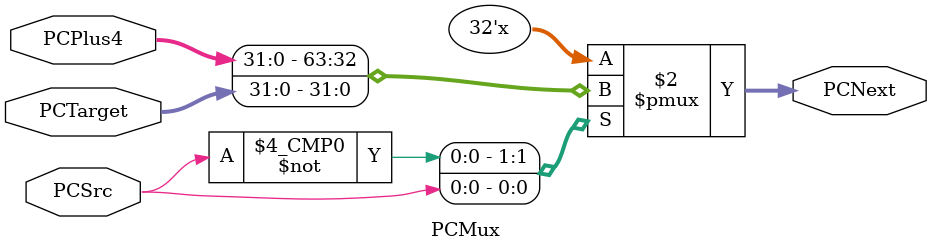
<source format=v>
module PCMux(
input wire PCSrc,
input wire [31:0] PCPlus4,
input wire [31:0] PCTarget,
output reg [31:0] PCNext

);

//A simple if-else statement is used which will decide PCNext = PCTarget or PCPlus4
always@(*) begin
case(PCSrc)
    1'b0 : PCNext <= PCPlus4;
    1'b1 : PCNext <= PCTarget;
    default : PCNext <= PCPlus4;
endcase
end


endmodule


//checked

</source>
